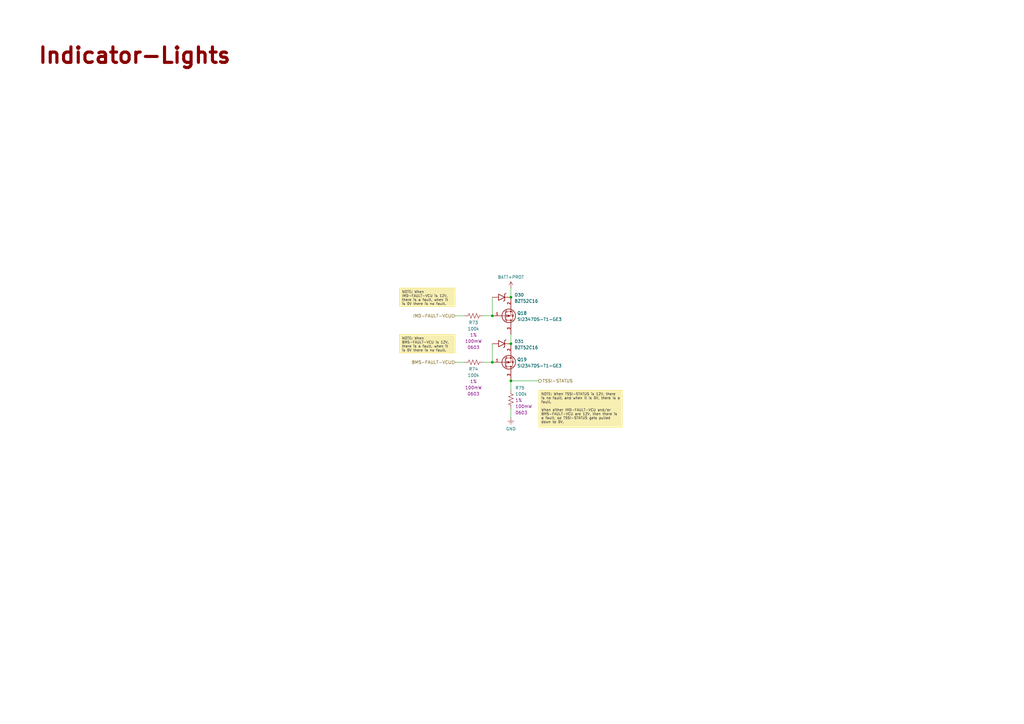
<source format=kicad_sch>
(kicad_sch (version 20250114) (generator "eeschema") (generator_version "9.0")
  (paper "A3")
  (lib_symbols
    (symbol "-Diodes-Zener:BZT52C16" (pin_numbers (hide yes)) (pin_names (hide yes))
      (property "Reference" "D" (at 0 -7.62 0))
      (property "Value" "BZT52C16" (at 0 -11.43 0))
      (symbol "BZT52C16_0_1"
        (polyline (pts (xy 2.54 1.27) (xy 2.54 -1.27) (xy 5.08 0) (xy 2.54 1.27)) (stroke (width 0.254)))
      )
      (symbol "BZT52C16_1_1"
        (polyline (pts (xy 4.572 -1.651) (xy 5.08 -1.27)) (stroke (width 0.254)))
        (polyline (pts (xy 5.08 1.27) (xy 5.08 -1.27)) (stroke (width 0.254)))
        (polyline (pts (xy 5.08 1.27) (xy 5.588 1.651)) (stroke (width 0.254)))
        (pin passive line (at 0 0 0) (length 2.54) (name "A") (number "2"))
        (pin passive line (at 7.62 0 180) (length 2.54) (name "K") (number "1"))
      )
    )
    (symbol "-MOSFET-P-Channel:SI2347DS-T1-GE3" (pin_names (hide yes))
      (property "Reference" "Q" (at 0 -19.05 0))
      (property "Value" "SI2347DS-T1-GE3" (at 0 -22.86 0))
      (symbol "SI2347DS-T1-GE3_0_1"
        (polyline (pts (xy 5.334 1.905) (xy 5.334 -1.905)) (stroke (width 0.254)))
        (polyline (pts (xy 5.334 0) (xy 3.937 0)))
        (polyline (pts (xy 5.842 2.286) (xy 5.842 1.27)) (stroke (width 0.254)))
        (polyline (pts (xy 5.842 1.778) (xy 8.382 1.778) (xy 8.382 -1.778) (xy 5.842 -1.778)))
        (polyline (pts (xy 5.842 0.508) (xy 5.842 -0.508)) (stroke (width 0.254)))
        (polyline (pts (xy 5.842 -1.27) (xy 5.842 -2.286)) (stroke (width 0.254)))
        (circle (center 6.731 0) (radius 2.794) (stroke (width 0.254)))
        (polyline (pts (xy 7.366 0) (xy 6.35 0.381) (xy 6.35 -0.381) (xy 7.366 0)) (fill (type outline)))
        (polyline (pts (xy 7.62 2.54) (xy 7.62 1.778)))
        (circle (center 7.62 1.778) (radius 0.254) (fill (type outline)))
        (circle (center 7.62 -1.778) (radius 0.254) (fill (type outline)))
        (polyline (pts (xy 7.62 -2.54) (xy 7.62 0) (xy 5.842 0)))
        (polyline (pts (xy 7.874 -0.508) (xy 8.001 -0.381) (xy 8.763 -0.381) (xy 8.89 -0.254)))
        (polyline (pts (xy 8.382 -0.381) (xy 8.001 0.254) (xy 8.763 0.254) (xy 8.382 -0.381)))
      )
      (symbol "SI2347DS-T1-GE3_1_1"
        (pin passive line (at 0 0 0) (length 3.937) (name "G") (number "1"))
        (pin passive line (at 7.62 7.62 270) (length 4.953) (name "D") (number "3"))
        (pin passive line (at 7.62 -7.62 90) (length 4.953) (name "S") (number "2"))
      )
    )
    (symbol "-R-SMD-0603:R-0603-100k-1%-100mW-100PPM" (pin_numbers (hide yes)) (pin_names (hide yes))
      (property "Reference" "R" (at 0 -7.62 0))
      (property "Value" "100k" (at 0 -11.43 0))
      (property "Tolerance" "1%" (at 0 -26.67 0))
      (property "Power Rating" "100mW" (at 0 -30.48 0))
      (property "Case/Package" "0603" (at 0 -34.29 0))
      (symbol "R-0603-100k-1%-100mW-100PPM_0_1"
        (polyline (pts (xy 1.524 0) (xy 1.27 0)))
        (polyline (pts (xy 1.524 0) (xy 1.905 1.016) (xy 2.286 0) (xy 2.667 -1.016) (xy 3.048 0)))
        (polyline (pts (xy 3.048 0) (xy 3.429 1.016) (xy 3.81 0) (xy 4.191 -1.016) (xy 4.572 0)))
        (polyline (pts (xy 4.572 0) (xy 4.953 1.016) (xy 5.334 0) (xy 5.715 -1.016) (xy 6.096 0)))
        (polyline (pts (xy 6.096 0) (xy 6.35 0)))
      )
      (symbol "R-0603-100k-1%-100mW-100PPM_1_1"
        (pin passive line (at 0 0 0) (length 1.27) (name "1") (number "1"))
        (pin passive line (at 7.62 0 180) (length 1.27) (name "2") (number "2"))
      )
    )
    (symbol "power:Earth" (power) (pin_numbers (hide yes)) (pin_names (offset 0) (hide yes))
      (property "Value" "Earth" (at 0 -3.81 0))
      (symbol "Earth_0_1"
        (polyline (pts (xy -0.635 -1.905) (xy 0.635 -1.905)))
        (polyline (pts (xy -0.127 -2.54) (xy 0.127 -2.54)))
        (polyline (pts (xy 0 -1.27) (xy 0 0)))
        (polyline (pts (xy 1.27 -1.27) (xy -1.27 -1.27)))
      )
      (symbol "Earth_1_1"
        (pin power_in line (at 0 0 270) (length 0) (name "~") (number "1"))
      )
    )
    (symbol "power:VCC" (power) (pin_numbers (hide yes)) (pin_names (offset 0) (hide yes))
      (property "Value" "VCC" (at 0 3.556 0))
      (symbol "VCC_0_1"
        (polyline (pts (xy -0.762 1.27) (xy 0 2.54)))
        (polyline (pts (xy 0 2.54) (xy 0.762 1.27)))
        (polyline (pts (xy 0 0) (xy 0 2.54)))
      )
      (symbol "VCC_1_1"
        (pin power_in line (at 0 0 90) (length 0) (name "~") (number "1"))
      )
    )
  )
  (text "Indicator-Lights" (at 15.24 26.67 0) (effects (font (size 6.35 6.35) (thickness 1.27) (bold yes)) (justify left bottom)))
  (text_box "NOTE: When IMD-FAULT-VCU is 12V, there is a fault, when it is 0V there is no fault." (at 163.83 118.11 0) (size 22.86 7.62) (margins 0.9525 0.9525 0.9525 0.9525) (stroke (width 0) (color 245 223 85 1)) (fill (type color) (color 247 238 178 1)) (effects (font (size 1.016 1.016)) (justify left top)))
  (text_box "NOTE: When TSSI-STATUS is 12V, there is no fault, and when it is 0V, there is a fault.\n\nWhen either IMD-FAULT-VCU and/or BMS-FAULT-VCU are 12V, then there is a fault, so TSSI-STATUS gets pulled down to 0V." (at 220.98 160.02 0) (size 34.29 15.24) (margins 0.9525 0.9525 0.9525 0.9525) (stroke (width 0) (color 245 223 85 1)) (fill (type color) (color 247 238 178 1)) (effects (font (size 1.016 1.016)) (justify left top)))
  (text_box "NOTE: When BMS-FAULT-VCU is 12V, there is a fault, when it is 0V there is no fault." (at 163.83 137.16 0) (size 22.86 7.62) (margins 0.9525 0.9525 0.9525 0.9525) (stroke (width 0) (color 245 223 85 1)) (fill (type color) (color 247 238 178 1)) (effects (font (size 1.016 1.016)) (justify left top)))
  (junction (at 209.55 156.21))
  (junction (at 201.93 129.54))
  (junction (at 209.55 121.92))
  (junction (at 201.93 148.59))
  (junction (at 209.55 140.97))
  (wire (pts (xy 186.69 129.54) (xy 190.5 129.54)))
  (wire (pts (xy 209.55 118.11) (xy 209.55 121.92)))
  (wire (pts (xy 209.55 167.64) (xy 209.55 171.45)))
  (wire (pts (xy 201.93 140.97) (xy 201.93 148.59)))
  (wire (pts (xy 209.55 156.21) (xy 220.98 156.21)))
  (wire (pts (xy 209.55 156.21) (xy 209.55 160.02)))
  (wire (pts (xy 186.69 148.59) (xy 190.5 148.59)))
  (wire (pts (xy 198.12 129.54) (xy 201.93 129.54)))
  (wire (pts (xy 209.55 137.16) (xy 209.55 140.97)))
  (wire (pts (xy 201.93 121.92) (xy 201.93 129.54)))
  (wire (pts (xy 198.12 148.59) (xy 201.93 148.59)))
  (hierarchical_label "BMS-FAULT-VCU" (shape input) (at 186.69 148.59 180))
  (hierarchical_label "TSSI-STATUS" (shape output) (at 220.98 156.21 0))
  (hierarchical_label "IMD-FAULT-VCU" (shape input) (at 186.69 129.54 180))
  (symbol (lib_id "-Diodes-Zener:BZT52C16") (at 201.93 140.97 0) (unit 1)
    (property "Reference" "D31" (at 210.9881 140.0119 0) (effects (justify left)))
    (property "Value" "BZT52C16" (at 210.9881 142.5519 0) (effects (justify left)))
    (property "Footprint" "Diode_SMD:D_SOD-123" (effects (hide yes)))
    (property "Datasheet" "https://diotec.com/request/datasheet/bzt52c2v4.pdf" (effects (hide yes)))
    (property "Description" "Zener Diode 16 V 500 mW ±5% Surface Mount SOD-123F" (effects (hide yes)))
    (property "Link" "https://www.digikey.com/en/products/detail/diotec-semiconductor/BZT52C16/22192605?s=N4IgTCBcDaICwA4DsCC0AhAWgFQKxgGEBGANgO1QDkAREAXQF8g" (effects (hide yes)))
    (property "Manufacturer" "Diotec" (effects (hide yes)))
    (property "Manufacturer P/N" "BZT52C16" (effects (hide yes)))
    (property "Digikey P/N" "4878-BZT52C16CT-ND" (effects (hide yes)))
    (property "Mouser P/N" "637-BZT52C16" (effects (hide yes)))
    (property "LCSC P/N" "C2105" (effects (hide yes)))
  )
  (symbol (lib_id "power:VCC") (at 209.55 118.11 0) (mirror y) (unit 1)
    (property "Reference" "#PWR084" (effects (hide yes)))
    (property "Value" "BATT+PROT" (at 209.55 113.665 0))
    (property "Description" "Power symbol creates a global label with name \"VCC\"" (effects (hide yes)))
  )
  (symbol (lib_id "-R-SMD-0603:R-0603-100k-1%-100mW-100PPM") (at 190.5 129.54 0) (unit 1)
    (property "Reference" "R73" (at 194.184 132.3247 0))
    (property "Value" "100k" (at 194.184 134.8647 0))
    (property "Footprint" "Resistor_SMD:R_0603_1608Metric_Pad0.98x0.95mm_HandSolder" (effects (hide yes)))
    (property "Datasheet" "https://jlcpcb.com/api/file/downloadByFileSystemAccessId/8579706350726930432" (effects (hide yes)))
    (property "Description" "100kΩ 0603 JLCPCB Basic Resistor" (effects (hide yes)))
    (property "Tolerance" "1%" (at 194.184 137.4047 0))
    (property "Power Rating" "100mW" (at 194.184 139.9447 0))
    (property "Case/Package" "0603" (at 194.184 142.4847 0))
    (property "Link" "https://jlcpcb.com/partdetail/26546-0603WAF1003T5E/C25803" (effects (hide yes)))
    (property "Manufacturer" "UNI-ROYAL" (effects (hide yes)))
    (property "Manufacturer P/N" "0603WAF1003T5E" (effects (hide yes)))
    (property "Digikey P/N" "RG16P100KBCT-ND" (effects (hide yes)))
    (property "Mouser P/N" "754-RG1608P-104-B-T5" (effects (hide yes)))
    (property "LCSC P/N" "C25803" (effects (hide yes)))
  )
  (symbol (lib_id "-MOSFET-P-Channel:SI2347DS-T1-GE3") (at 201.93 148.59 0) (mirror x) (unit 1)
    (property "Reference" "Q19" (at 212.1133 147.4882 0) (effects (justify left)))
    (property "Value" "SI2347DS-T1-GE3" (at 212.1133 150.0282 0) (effects (justify left)))
    (property "Footprint" "Package_TO_SOT_SMD:SOT-23-3" (effects (hide yes)))
    (property "Datasheet" "https://www.vishay.com/docs/62827/si2347ds.pdf" (effects (hide yes)))
    (property "Description" "P-Channel 30 V 5A (Tc) 1.7W (Tc) Surface Mount SOT-23-3 (TO-236)" (effects (hide yes)))
    (property "Link" "https://www.digikey.com/en/products/detail/vishay-siliconix/SI2347DS-T1-GE3/4496222?s=N4IgTCBcDaIMoEkwGYAsB2AInAtAFQEYcBxAUWQGE8cA5TEAXQF8g" (effects (hide yes)))
    (property "Manufacturer" "Vishay" (effects (hide yes)))
    (property "Manufacturer P/N" "SI2347DS-T1-GE3" (effects (hide yes)))
    (property "Digikey P/N" "SI2347DS-T1-GE3CT-ND" (effects (hide yes)))
    (property "Mouser P/N" "78-SI2347DS-T1-GE3" (effects (hide yes)))
    (property "LCSC P/N" "C145002" (effects (hide yes)))
  )
  (symbol (lib_id "-MOSFET-P-Channel:SI2347DS-T1-GE3") (at 201.93 129.54 0) (mirror x) (unit 1)
    (property "Reference" "Q18" (at 212.1133 128.4382 0) (effects (justify left)))
    (property "Value" "SI2347DS-T1-GE3" (at 212.1133 130.9782 0) (effects (justify left)))
    (property "Footprint" "Package_TO_SOT_SMD:SOT-23-3" (effects (hide yes)))
    (property "Datasheet" "https://www.vishay.com/docs/62827/si2347ds.pdf" (effects (hide yes)))
    (property "Description" "P-Channel 30 V 5A (Tc) 1.7W (Tc) Surface Mount SOT-23-3 (TO-236)" (effects (hide yes)))
    (property "Link" "https://www.digikey.com/en/products/detail/vishay-siliconix/SI2347DS-T1-GE3/4496222?s=N4IgTCBcDaIMoEkwGYAsB2AInAtAFQEYcBxAUWQGE8cA5TEAXQF8g" (effects (hide yes)))
    (property "Manufacturer" "Vishay" (effects (hide yes)))
    (property "Manufacturer P/N" "SI2347DS-T1-GE3" (effects (hide yes)))
    (property "Digikey P/N" "SI2347DS-T1-GE3CT-ND" (effects (hide yes)))
    (property "Mouser P/N" "78-SI2347DS-T1-GE3" (effects (hide yes)))
    (property "LCSC P/N" "C145002" (effects (hide yes)))
  )
  (symbol (lib_id "power:Earth") (at 209.55 171.45 0) (unit 1)
    (property "Reference" "#PWR085" (effects (hide yes)))
    (property "Value" "GND" (at 209.55 175.895 0))
    (property "Description" "Power symbol creates a global label with name \"Earth\"" (effects (hide yes)))
  )
  (symbol (lib_id "-R-SMD-0603:R-0603-100k-1%-100mW-100PPM") (at 209.55 167.64 90) (unit 1)
    (property "Reference" "R75" (at 211.2951 159.088 90) (effects (justify right)))
    (property "Value" "100k" (at 211.2951 161.628 90) (effects (justify right)))
    (property "Footprint" "Resistor_SMD:R_0603_1608Metric_Pad0.98x0.95mm_HandSolder" (effects (hide yes)))
    (property "Datasheet" "https://jlcpcb.com/api/file/downloadByFileSystemAccessId/8579706350726930432" (effects (hide yes)))
    (property "Description" "100kΩ 0603 JLCPCB Basic Resistor" (effects (hide yes)))
    (property "Tolerance" "1%" (at 211.2951 164.168 90) (effects (justify right)))
    (property "Power Rating" "100mW" (at 211.2951 166.708 90) (effects (justify right)))
    (property "Case/Package" "0603" (at 211.2951 169.248 90) (effects (justify right)))
    (property "Link" "https://jlcpcb.com/partdetail/26546-0603WAF1003T5E/C25803" (effects (hide yes)))
    (property "Manufacturer" "UNI-ROYAL" (effects (hide yes)))
    (property "Manufacturer P/N" "0603WAF1003T5E" (effects (hide yes)))
    (property "Digikey P/N" "RG16P100KBCT-ND" (effects (hide yes)))
    (property "Mouser P/N" "754-RG1608P-104-B-T5" (effects (hide yes)))
    (property "LCSC P/N" "C25803" (effects (hide yes)))
  )
  (symbol (lib_id "-Diodes-Zener:BZT52C16") (at 201.93 121.92 0) (unit 1)
    (property "Reference" "D30" (at 210.9881 120.9619 0) (effects (justify left)))
    (property "Value" "BZT52C16" (at 210.9881 123.5019 0) (effects (justify left)))
    (property "Footprint" "Diode_SMD:D_SOD-123" (effects (hide yes)))
    (property "Datasheet" "https://diotec.com/request/datasheet/bzt52c2v4.pdf" (effects (hide yes)))
    (property "Description" "Zener Diode 16 V 500 mW ±5% Surface Mount SOD-123F" (effects (hide yes)))
    (property "Link" "https://www.digikey.com/en/products/detail/diotec-semiconductor/BZT52C16/22192605?s=N4IgTCBcDaICwA4DsCC0AhAWgFQKxgGEBGANgO1QDkAREAXQF8g" (effects (hide yes)))
    (property "Manufacturer" "Diotec" (effects (hide yes)))
    (property "Manufacturer P/N" "BZT52C16" (effects (hide yes)))
    (property "Digikey P/N" "4878-BZT52C16CT-ND" (effects (hide yes)))
    (property "Mouser P/N" "637-BZT52C16" (effects (hide yes)))
    (property "LCSC P/N" "C2105" (effects (hide yes)))
  )
  (symbol (lib_id "-R-SMD-0603:R-0603-100k-1%-100mW-100PPM") (at 190.5 148.59 0) (unit 1)
    (property "Reference" "R74" (at 194.184 151.3747 0))
    (property "Value" "100k" (at 194.184 153.9147 0))
    (property "Footprint" "Resistor_SMD:R_0603_1608Metric_Pad0.98x0.95mm_HandSolder" (effects (hide yes)))
    (property "Datasheet" "https://jlcpcb.com/api/file/downloadByFileSystemAccessId/8579706350726930432" (effects (hide yes)))
    (property "Description" "100kΩ 0603 JLCPCB Basic Resistor" (effects (hide yes)))
    (property "Tolerance" "1%" (at 194.184 156.4547 0))
    (property "Power Rating" "100mW" (at 194.184 158.9947 0))
    (property "Case/Package" "0603" (at 194.184 161.5347 0))
    (property "Link" "https://jlcpcb.com/partdetail/26546-0603WAF1003T5E/C25803" (effects (hide yes)))
    (property "Manufacturer" "UNI-ROYAL" (effects (hide yes)))
    (property "Manufacturer P/N" "0603WAF1003T5E" (effects (hide yes)))
    (property "Digikey P/N" "RG16P100KBCT-ND" (effects (hide yes)))
    (property "Mouser P/N" "754-RG1608P-104-B-T5" (effects (hide yes)))
    (property "LCSC P/N" "C25803" (effects (hide yes)))
  )
)
</source>
